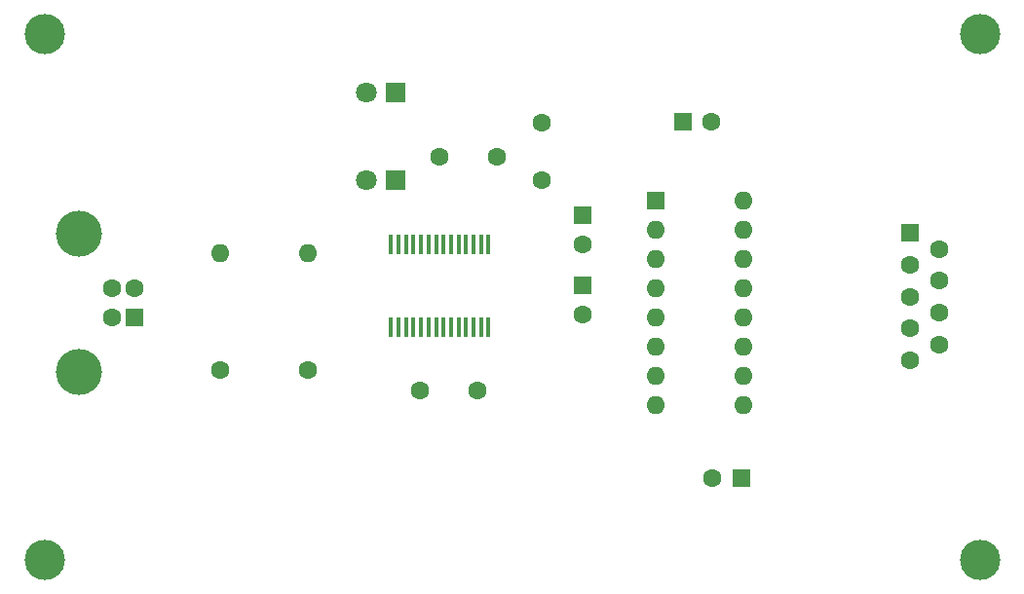
<source format=gbr>
%TF.GenerationSoftware,KiCad,Pcbnew,7.0.1*%
%TF.CreationDate,2023-04-09T16:17:14+09:00*%
%TF.ProjectId,RS232_Converter,52533233-325f-4436-9f6e-766572746572,rev?*%
%TF.SameCoordinates,Original*%
%TF.FileFunction,Soldermask,Top*%
%TF.FilePolarity,Negative*%
%FSLAX46Y46*%
G04 Gerber Fmt 4.6, Leading zero omitted, Abs format (unit mm)*
G04 Created by KiCad (PCBNEW 7.0.1) date 2023-04-09 16:17:14*
%MOMM*%
%LPD*%
G01*
G04 APERTURE LIST*
%ADD10R,1.600000X1.600000*%
%ADD11C,1.600000*%
%ADD12C,3.500000*%
%ADD13R,1.800000X1.800000*%
%ADD14C,1.800000*%
%ADD15C,4.000000*%
%ADD16O,1.600000X1.600000*%
%ADD17R,0.450000X1.750000*%
G04 APERTURE END LIST*
D10*
%TO.C,C4*%
X150919669Y-100640331D03*
D11*
X150919669Y-103140331D03*
%TD*%
D12*
%TO.C,REF\u002A\u002A*%
X185420000Y-78740000D03*
%TD*%
D10*
%TO.C,J2*%
X179329669Y-96050000D03*
D11*
X179329669Y-98820000D03*
X179329669Y-101590000D03*
X179329669Y-104360000D03*
X179329669Y-107130000D03*
X181869669Y-97435000D03*
X181869669Y-100205000D03*
X181869669Y-102975000D03*
X181869669Y-105745000D03*
%TD*%
D10*
%TO.C,C3*%
X150919669Y-94520331D03*
D11*
X150919669Y-97020331D03*
%TD*%
D13*
%TO.C,D1*%
X134620000Y-83820000D03*
D14*
X132080000Y-83820000D03*
%TD*%
D11*
%TO.C,C1*%
X143470000Y-89440331D03*
X138470000Y-89440331D03*
%TD*%
D13*
%TO.C,D3*%
X134620000Y-91440000D03*
D14*
X132080000Y-91440000D03*
%TD*%
D10*
%TO.C,J1*%
X111987169Y-103390331D03*
D11*
X111987169Y-100890331D03*
X109987169Y-100890331D03*
X109987169Y-103390331D03*
D15*
X107127169Y-108140331D03*
X107127169Y-96140331D03*
%TD*%
D11*
%TO.C,R2*%
X119380000Y-107950000D03*
D16*
X119380000Y-97790000D03*
%TD*%
D11*
%TO.C,C7*%
X147320000Y-91440000D03*
X147320000Y-86440000D03*
%TD*%
%TO.C,C2*%
X136719669Y-109760331D03*
X141719669Y-109760331D03*
%TD*%
D10*
%TO.C,C6*%
X159579669Y-86360000D03*
D11*
X162079669Y-86360000D03*
%TD*%
D12*
%TO.C,REF\u002A\u002A*%
X185420000Y-124460000D03*
%TD*%
D10*
%TO.C,C5*%
X164659669Y-117380331D03*
D11*
X162159669Y-117380331D03*
%TD*%
D12*
%TO.C,REF\u002A\u002A*%
X104140000Y-78740000D03*
%TD*%
D10*
%TO.C,U2*%
X157279669Y-93265331D03*
D16*
X157279669Y-95805331D03*
X157279669Y-98345331D03*
X157279669Y-100885331D03*
X157279669Y-103425331D03*
X157279669Y-105965331D03*
X157279669Y-108505331D03*
X157279669Y-111045331D03*
X164899669Y-111045331D03*
X164899669Y-108505331D03*
X164899669Y-105965331D03*
X164899669Y-103425331D03*
X164899669Y-100885331D03*
X164899669Y-98345331D03*
X164899669Y-95805331D03*
X164899669Y-93265331D03*
%TD*%
D12*
%TO.C,REF\u002A\u002A*%
X104140000Y-124460000D03*
%TD*%
D11*
%TO.C,R1*%
X127000000Y-107950000D03*
D16*
X127000000Y-97790000D03*
%TD*%
D17*
%TO.C,U1*%
X134259669Y-104260331D03*
X134909669Y-104260331D03*
X135559669Y-104260331D03*
X136209669Y-104260331D03*
X136859669Y-104260331D03*
X137509669Y-104260331D03*
X138159669Y-104260331D03*
X138809669Y-104260331D03*
X139459669Y-104260331D03*
X140109669Y-104260331D03*
X140759669Y-104260331D03*
X141409669Y-104260331D03*
X142059669Y-104260331D03*
X142709669Y-104260331D03*
X142709669Y-97060331D03*
X142059669Y-97060331D03*
X141409669Y-97060331D03*
X140759669Y-97060331D03*
X140109669Y-97060331D03*
X139459669Y-97060331D03*
X138809669Y-97060331D03*
X138159669Y-97060331D03*
X137509669Y-97060331D03*
X136859669Y-97060331D03*
X136209669Y-97060331D03*
X135559669Y-97060331D03*
X134909669Y-97060331D03*
X134259669Y-97060331D03*
%TD*%
M02*

</source>
